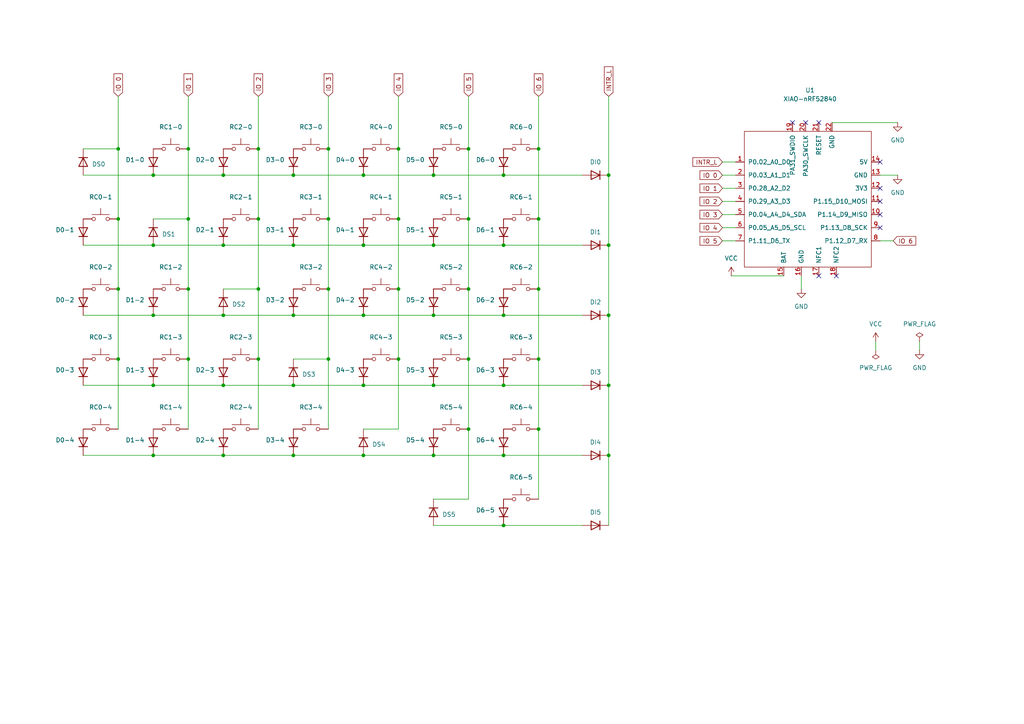
<source format=kicad_sch>
(kicad_sch (version 20250114) (generator "eeschema") (generator_version "9.0")
  (paper "A4")
  (lib_symbols
    (symbol "Diode:1N4148" (pin_numbers (hide yes)) (pin_names (hide yes))
      (property "Reference" "D" (at 0 2.54 0))
      (property "Value" "1N4148" (at 0 -2.54 0))
      (symbol "1N4148_0_1"
        (polyline (pts (xy -1.27 1.27) (xy -1.27 -1.27)) (stroke (width 0.254)))
        (polyline (pts (xy 1.27 1.27) (xy 1.27 -1.27) (xy -1.27 0) (xy 1.27 1.27)) (stroke (width 0.254)))
        (polyline (pts (xy 1.27 0) (xy -1.27 0)))
      )
      (symbol "1N4148_1_1"
        (pin passive line (at -3.81 0 0) (length 2.54) (name "K") (number "1"))
        (pin passive line (at 3.81 0 180) (length 2.54) (name "A") (number "2"))
      )
    )
    (symbol "GND_1" (power) (pin_numbers (hide yes)) (pin_names (offset 0) (hide yes))
      (property "Value" "GND" (at 0 -3.81 0))
      (symbol "GND_1_0_1"
        (polyline (pts (xy 0 0) (xy 0 -1.27) (xy 1.27 -1.27) (xy 0 -2.54) (xy -1.27 -1.27) (xy 0 -1.27)))
      )
      (symbol "GND_1_1_1"
        (pin power_in line (at 0 0 270) (length 0) (name "~") (number "1"))
      )
    )
    (symbol "GND_2" (power) (pin_numbers (hide yes)) (pin_names (offset 0) (hide yes))
      (property "Value" "GND" (at 0 -3.81 0))
      (symbol "GND_2_0_1"
        (polyline (pts (xy 0 0) (xy 0 -1.27) (xy 1.27 -1.27) (xy 0 -2.54) (xy -1.27 -1.27) (xy 0 -1.27)))
      )
      (symbol "GND_2_1_1"
        (pin power_in line (at 0 0 270) (length 0) (name "~") (number "1"))
      )
    )
    (symbol "Seeed_Studio_XIAO_Series:XIAO-nRF52840-SMD" (pin_names (offset 1.016))
      (property "Reference" "U" (at -18.542 23.114 0))
      (property "Value" "XIAO-nRF52840-SMD" (at -8.636 21.336 0))
      (symbol "XIAO-nRF52840-SMD_0_1"
        (rectangle (start -19.05 20.32) (end 17.78 -19.05))
      )
      (symbol "XIAO-nRF52840-SMD_1_1"
        (pin passive line (at -21.59 11.43 0) (length 2.54) (name "P0.02_A0_D0") (number "1"))
        (pin passive line (at -21.59 7.62 0) (length 2.54) (name "P0.03_A1_D1") (number "2"))
        (pin passive line (at -21.59 3.81 0) (length 2.54) (name "P0.28_A2_D2") (number "3"))
        (pin passive line (at -21.59 0 0) (length 2.54) (name "P0.29_A3_D3") (number "4"))
        (pin passive line (at -21.59 -3.81 0) (length 2.54) (name "P0.04_A4_D4_SDA") (number "5"))
        (pin passive line (at -21.59 -7.62 0) (length 2.54) (name "P0.05_A5_D5_SCL") (number "6"))
        (pin passive line (at -21.59 -11.43 0) (length 2.54) (name "P1.11_D6_TX") (number "7"))
        (pin passive line (at -7.62 -21.59 90) (length 2.54) (name "BAT") (number "15"))
        (pin passive line (at -5.08 22.86 270) (length 2.54) (name "PA31_SWDIO") (number "19"))
        (pin passive line (at -2.54 -21.59 90) (length 2.54) (name "GND") (number "16"))
        (pin passive line (at -1.27 22.86 270) (length 2.54) (name "PA30_SWCLK") (number "20"))
        (pin passive line (at 2.54 22.86 270) (length 2.54) (name "RESET") (number "21"))
        (pin passive line (at 2.54 -21.59 90) (length 2.54) (name "NFC1") (number "17"))
        (pin passive line (at 6.35 22.86 270) (length 2.54) (name "GND") (number "22"))
        (pin passive line (at 7.62 -21.59 90) (length 2.54) (name "NFC2") (number "18"))
        (pin passive line (at 20.32 11.43 180) (length 2.54) (name "5V") (number "14"))
        (pin passive line (at 20.32 7.62 180) (length 2.54) (name "GND") (number "13"))
        (pin passive line (at 20.32 3.81 180) (length 2.54) (name "3V3") (number "12"))
        (pin passive line (at 20.32 0 180) (length 2.54) (name "P1.15_D10_MOSI") (number "11"))
        (pin passive line (at 20.32 -3.81 180) (length 2.54) (name "P1.14_D9_MISO") (number "10"))
        (pin passive line (at 20.32 -7.62 180) (length 2.54) (name "P1.13_D8_SCK") (number "9"))
        (pin passive line (at 20.32 -11.43 180) (length 2.54) (name "P1.12_D7_RX") (number "8"))
      )
    )
    (symbol "Switch:SW_Push" (pin_numbers (hide yes)) (pin_names (offset 1.016) (hide yes))
      (property "Reference" "SW" (at 1.27 2.54 0))
      (property "Value" "SW_Push" (at 0 -1.524 0))
      (symbol "SW_Push_0_1"
        (circle (center -2.032 0) (radius 0.508))
        (polyline (pts (xy 0 1.27) (xy 0 3.048)))
        (circle (center 2.032 0) (radius 0.508))
        (polyline (pts (xy 2.54 1.27) (xy -2.54 1.27)))
        (pin passive line (at -5.08 0 0) (length 2.54) (name "1") (number "1"))
        (pin passive line (at 5.08 0 180) (length 2.54) (name "2") (number "2"))
      )
    )
    (symbol "power:GND" (power) (pin_numbers (hide yes)) (pin_names (offset 0) (hide yes))
      (property "Value" "GND" (at 0 -3.81 0))
      (symbol "GND_0_1"
        (polyline (pts (xy 0 0) (xy 0 -1.27) (xy 1.27 -1.27) (xy 0 -2.54) (xy -1.27 -1.27) (xy 0 -1.27)))
      )
      (symbol "GND_1_1"
        (pin power_in line (at 0 0 270) (length 0) (name "~") (number "1"))
      )
    )
    (symbol "power:PWR_FLAG" (power) (pin_numbers (hide yes)) (pin_names (offset 0) (hide yes))
      (property "Value" "PWR_FLAG" (at 0 3.81 0))
      (symbol "PWR_FLAG_0_0"
        (pin power_out line (at 0 0 90) (length 0) (name "~") (number "1"))
      )
      (symbol "PWR_FLAG_0_1"
        (polyline (pts (xy 0 0) (xy 0 1.27) (xy -1.016 1.905) (xy 0 2.54) (xy 1.016 1.905) (xy 0 1.27)))
      )
    )
    (symbol "power:VCC" (power) (pin_numbers (hide yes)) (pin_names (offset 0) (hide yes))
      (property "Value" "VCC" (at 0 3.556 0))
      (symbol "VCC_0_1"
        (polyline (pts (xy -0.762 1.27) (xy 0 2.54)))
        (polyline (pts (xy 0 2.54) (xy 0.762 1.27)))
        (polyline (pts (xy 0 0) (xy 0 2.54)))
      )
      (symbol "VCC_1_1"
        (pin power_in line (at 0 0 90) (length 0) (name "~") (number "1"))
      )
    )
  )
  (junction (at 156.21 104.14))
  (junction (at 135.89 43.18))
  (junction (at 64.77 111.76))
  (junction (at 85.09 111.76))
  (junction (at 95.25 104.14))
  (junction (at 95.25 63.5))
  (junction (at 34.29 43.18))
  (junction (at 85.09 50.8))
  (junction (at 125.73 71.12))
  (junction (at 54.61 43.18))
  (junction (at 125.73 132.08))
  (junction (at 44.45 50.8))
  (junction (at 105.41 111.76))
  (junction (at 156.21 63.5))
  (junction (at 95.25 83.82))
  (junction (at 64.77 50.8))
  (junction (at 115.57 83.82))
  (junction (at 44.45 132.08))
  (junction (at 176.53 50.8))
  (junction (at 64.77 91.44))
  (junction (at 146.05 132.08))
  (junction (at 74.93 83.82))
  (junction (at 156.21 124.46))
  (junction (at 105.41 91.44))
  (junction (at 54.61 83.82))
  (junction (at 125.73 50.8))
  (junction (at 95.25 43.18))
  (junction (at 54.61 63.5))
  (junction (at 34.29 83.82))
  (junction (at 146.05 71.12))
  (junction (at 44.45 111.76))
  (junction (at 115.57 43.18))
  (junction (at 146.05 50.8))
  (junction (at 85.09 71.12))
  (junction (at 115.57 104.14))
  (junction (at 74.93 63.5))
  (junction (at 115.57 63.5))
  (junction (at 85.09 91.44))
  (junction (at 64.77 132.08))
  (junction (at 34.29 104.14))
  (junction (at 146.05 91.44))
  (junction (at 135.89 83.82))
  (junction (at 125.73 91.44))
  (junction (at 105.41 71.12))
  (junction (at 54.61 104.14))
  (junction (at 44.45 71.12))
  (junction (at 176.53 91.44))
  (junction (at 74.93 43.18))
  (junction (at 176.53 71.12))
  (junction (at 85.09 132.08))
  (junction (at 146.05 152.4))
  (junction (at 176.53 111.76))
  (junction (at 156.21 83.82))
  (junction (at 105.41 132.08))
  (junction (at 146.05 111.76))
  (junction (at 44.45 91.44))
  (junction (at 156.21 43.18))
  (junction (at 125.73 111.76))
  (junction (at 135.89 104.14))
  (junction (at 135.89 63.5))
  (junction (at 64.77 71.12))
  (junction (at 176.53 132.08))
  (junction (at 74.93 104.14))
  (junction (at 105.41 50.8))
  (junction (at 135.89 124.46))
  (junction (at 34.29 63.5))
  (no_connect (at 255.27 58.42))
  (no_connect (at 237.49 35.56))
  (no_connect (at 255.27 62.23))
  (no_connect (at 242.57 80.01))
  (no_connect (at 255.27 46.99))
  (no_connect (at 233.68 35.56))
  (no_connect (at 255.27 54.61))
  (no_connect (at 255.27 66.04))
  (no_connect (at 229.87 35.56))
  (no_connect (at 237.49 80.01))
  (wire (pts (xy 24.13 43.18) (xy 34.29 43.18)))
  (wire (pts (xy 209.55 54.61) (xy 213.36 54.61)))
  (wire (pts (xy 34.29 104.14) (xy 34.29 124.46)))
  (wire (pts (xy 168.91 152.4) (xy 146.05 152.4)))
  (wire (pts (xy 54.61 63.5) (xy 54.61 83.82)))
  (wire (pts (xy 105.41 124.46) (xy 115.57 124.46)))
  (wire (pts (xy 85.09 71.12) (xy 105.41 71.12)))
  (wire (pts (xy 34.29 83.82) (xy 34.29 104.14)))
  (wire (pts (xy 95.25 104.14) (xy 95.25 124.46)))
  (wire (pts (xy 115.57 104.14) (xy 115.57 124.46)))
  (wire (pts (xy 212.09 80.01) (xy 227.33 80.01)))
  (wire (pts (xy 24.13 91.44) (xy 44.45 91.44)))
  (wire (pts (xy 135.89 63.5) (xy 135.89 83.82)))
  (wire (pts (xy 176.53 50.8) (xy 176.53 71.12)))
  (wire (pts (xy 255.27 50.8) (xy 260.35 50.8)))
  (wire (pts (xy 64.77 132.08) (xy 85.09 132.08)))
  (wire (pts (xy 105.41 50.8) (xy 125.73 50.8)))
  (wire (pts (xy 24.13 132.08) (xy 44.45 132.08)))
  (wire (pts (xy 135.89 124.46) (xy 135.89 144.78)))
  (wire (pts (xy 24.13 50.8) (xy 44.45 50.8)))
  (wire (pts (xy 74.93 63.5) (xy 74.93 83.82)))
  (wire (pts (xy 232.41 80.01) (xy 232.41 83.82)))
  (wire (pts (xy 125.73 152.4) (xy 146.05 152.4)))
  (wire (pts (xy 168.91 91.44) (xy 146.05 91.44)))
  (wire (pts (xy 168.91 111.76) (xy 146.05 111.76)))
  (wire (pts (xy 266.7 99.06) (xy 266.7 101.6)))
  (wire (pts (xy 44.45 71.12) (xy 64.77 71.12)))
  (wire (pts (xy 34.29 63.5) (xy 34.29 83.82)))
  (wire (pts (xy 85.09 132.08) (xy 105.41 132.08)))
  (wire (pts (xy 209.55 46.99) (xy 213.36 46.99)))
  (wire (pts (xy 176.53 91.44) (xy 176.53 111.76)))
  (wire (pts (xy 95.25 43.18) (xy 95.25 63.5)))
  (wire (pts (xy 125.73 91.44) (xy 146.05 91.44)))
  (wire (pts (xy 105.41 132.08) (xy 125.73 132.08)))
  (wire (pts (xy 34.29 27.94) (xy 34.29 43.18)))
  (wire (pts (xy 115.57 27.94) (xy 115.57 43.18)))
  (wire (pts (xy 209.55 62.23) (xy 213.36 62.23)))
  (wire (pts (xy 54.61 104.14) (xy 54.61 124.46)))
  (wire (pts (xy 74.93 27.94) (xy 74.93 43.18)))
  (wire (pts (xy 85.09 91.44) (xy 105.41 91.44)))
  (wire (pts (xy 64.77 83.82) (xy 74.93 83.82)))
  (wire (pts (xy 44.45 50.8) (xy 64.77 50.8)))
  (wire (pts (xy 74.93 83.82) (xy 74.93 104.14)))
  (wire (pts (xy 125.73 71.12) (xy 146.05 71.12)))
  (wire (pts (xy 85.09 111.76) (xy 105.41 111.76)))
  (wire (pts (xy 176.53 132.08) (xy 176.53 152.4)))
  (wire (pts (xy 105.41 91.44) (xy 125.73 91.44)))
  (wire (pts (xy 125.73 111.76) (xy 146.05 111.76)))
  (wire (pts (xy 54.61 27.94) (xy 54.61 43.18)))
  (wire (pts (xy 85.09 104.14) (xy 95.25 104.14)))
  (wire (pts (xy 176.53 71.12) (xy 176.53 91.44)))
  (wire (pts (xy 176.53 111.76) (xy 176.53 132.08)))
  (wire (pts (xy 156.21 124.46) (xy 156.21 144.78)))
  (wire (pts (xy 209.55 69.85) (xy 213.36 69.85)))
  (wire (pts (xy 209.55 50.8) (xy 213.36 50.8)))
  (wire (pts (xy 85.09 50.8) (xy 105.41 50.8)))
  (wire (pts (xy 95.25 63.5) (xy 95.25 83.82)))
  (wire (pts (xy 176.53 27.94) (xy 176.53 50.8)))
  (wire (pts (xy 168.91 50.8) (xy 146.05 50.8)))
  (wire (pts (xy 156.21 27.94) (xy 156.21 43.18)))
  (wire (pts (xy 105.41 111.76) (xy 125.73 111.76)))
  (wire (pts (xy 115.57 83.82) (xy 115.57 104.14)))
  (wire (pts (xy 125.73 132.08) (xy 146.05 132.08)))
  (wire (pts (xy 156.21 83.82) (xy 156.21 104.14)))
  (wire (pts (xy 254 99.06) (xy 254 101.6)))
  (wire (pts (xy 24.13 71.12) (xy 44.45 71.12)))
  (wire (pts (xy 64.77 91.44) (xy 85.09 91.44)))
  (wire (pts (xy 135.89 104.14) (xy 135.89 124.46)))
  (wire (pts (xy 54.61 43.18) (xy 54.61 63.5)))
  (wire (pts (xy 156.21 63.5) (xy 156.21 83.82)))
  (wire (pts (xy 115.57 63.5) (xy 115.57 83.82)))
  (wire (pts (xy 44.45 63.5) (xy 54.61 63.5)))
  (wire (pts (xy 74.93 43.18) (xy 74.93 63.5)))
  (wire (pts (xy 209.55 66.04) (xy 213.36 66.04)))
  (wire (pts (xy 241.3 35.56) (xy 260.35 35.56)))
  (wire (pts (xy 125.73 144.78) (xy 135.89 144.78)))
  (wire (pts (xy 44.45 111.76) (xy 64.77 111.76)))
  (wire (pts (xy 135.89 43.18) (xy 135.89 63.5)))
  (wire (pts (xy 135.89 27.94) (xy 135.89 43.18)))
  (wire (pts (xy 95.25 83.82) (xy 95.25 104.14)))
  (wire (pts (xy 44.45 132.08) (xy 64.77 132.08)))
  (wire (pts (xy 34.29 43.18) (xy 34.29 63.5)))
  (wire (pts (xy 135.89 83.82) (xy 135.89 104.14)))
  (wire (pts (xy 255.27 69.85) (xy 259.08 69.85)))
  (wire (pts (xy 115.57 43.18) (xy 115.57 63.5)))
  (wire (pts (xy 95.25 27.94) (xy 95.25 43.18)))
  (wire (pts (xy 44.45 91.44) (xy 64.77 91.44)))
  (wire (pts (xy 64.77 111.76) (xy 85.09 111.76)))
  (wire (pts (xy 105.41 71.12) (xy 125.73 71.12)))
  (wire (pts (xy 54.61 83.82) (xy 54.61 104.14)))
  (wire (pts (xy 64.77 71.12) (xy 85.09 71.12)))
  (wire (pts (xy 168.91 132.08) (xy 146.05 132.08)))
  (wire (pts (xy 64.77 50.8) (xy 85.09 50.8)))
  (wire (pts (xy 156.21 104.14) (xy 156.21 124.46)))
  (wire (pts (xy 168.91 71.12) (xy 146.05 71.12)))
  (wire (pts (xy 209.55 58.42) (xy 213.36 58.42)))
  (wire (pts (xy 24.13 111.76) (xy 44.45 111.76)))
  (wire (pts (xy 156.21 43.18) (xy 156.21 63.5)))
  (wire (pts (xy 74.93 104.14) (xy 74.93 124.46)))
  (wire (pts (xy 125.73 50.8) (xy 146.05 50.8)))
  (global_label "IO 4" (shape input) (at 115.57 27.94 90) (property "Intersheetrefs" "${INTERSHEET_REFS}" (effects (hide yes))))
  (global_label "IO 3" (shape input) (at 209.55 62.23 180) (property "Intersheetrefs" "${INTERSHEET_REFS}" (effects (hide yes))))
  (global_label "IO 5" (shape input) (at 135.89 27.94 90) (property "Intersheetrefs" "${INTERSHEET_REFS}" (effects (hide yes))))
  (global_label "INTR_L" (shape input) (at 209.55 46.99 180) (property "Intersheetrefs" "${INTERSHEET_REFS}" (effects (hide yes))))
  (global_label "IO 0" (shape input) (at 34.29 27.94 90) (property "Intersheetrefs" "${INTERSHEET_REFS}" (effects (hide yes))))
  (global_label "IO 0" (shape input) (at 209.55 50.8 180) (property "Intersheetrefs" "${INTERSHEET_REFS}" (effects (hide yes))))
  (global_label "IO 2" (shape input) (at 209.55 58.42 180) (property "Intersheetrefs" "${INTERSHEET_REFS}" (effects (hide yes))))
  (global_label "IO 1" (shape input) (at 54.61 27.94 90) (property "Intersheetrefs" "${INTERSHEET_REFS}" (effects (hide yes))))
  (global_label "IO 4" (shape input) (at 209.55 66.04 180) (property "Intersheetrefs" "${INTERSHEET_REFS}" (effects (hide yes))))
  (global_label "IO 1" (shape input) (at 209.55 54.61 180) (property "Intersheetrefs" "${INTERSHEET_REFS}" (effects (hide yes))))
  (global_label "IO 2" (shape input) (at 74.93 27.94 90) (property "Intersheetrefs" "${INTERSHEET_REFS}" (effects (hide yes))))
  (global_label "IO 6" (shape input) (at 259.08 69.85 0) (property "Intersheetrefs" "${INTERSHEET_REFS}" (effects (hide yes))))
  (global_label "INTR_L" (shape input) (at 176.53 27.94 90) (property "Intersheetrefs" "${INTERSHEET_REFS}" (effects (hide yes))))
  (global_label "IO 6" (shape input) (at 156.21 27.94 90) (property "Intersheetrefs" "${INTERSHEET_REFS}" (effects (hide yes))))
  (global_label "IO 3" (shape input) (at 95.25 27.94 90) (property "Intersheetrefs" "${INTERSHEET_REFS}" (effects (hide yes))))
  (global_label "IO 5" (shape input) (at 209.55 69.85 180) (property "Intersheetrefs" "${INTERSHEET_REFS}" (effects (hide yes))))
  (symbol (lib_id "power:PWR_FLAG") (at 266.7 99.06 0) (unit 1)
    (property "Reference" "#FLG01" (effects (hide yes)))
    (property "Value" "PWR_FLAG" (at 266.7 93.98 0))
    (property "Description" "Special symbol for telling ERC where power comes from" (effects (hide yes)))
  )
  (symbol (lib_id "Diode:1N4148") (at 146.05 87.63 270) (mirror x) (unit 1)
    (property "Reference" "D6-2" (at 143.51 86.995 90) (effects (justify right)))
    (property "Value" "1N4148W" (effects (hide yes)))
    (property "Footprint" "kbd_Parts:Diode_TH_SMD" (effects (hide yes)))
    (property "Sim.Device" "D" (effects (hide yes)))
    (property "Sim.Pins" "1=K 2=A" (effects (hide yes)))
  )
  (symbol (lib_id "power:PWR_FLAG") (at 254 101.6 180) (unit 1)
    (property "Reference" "#FLG02" (effects (hide yes)))
    (property "Value" "PWR_FLAG" (at 254 106.68 0))
    (property "Description" "Special symbol for telling ERC where power comes from" (effects (hide yes)))
  )
  (symbol (lib_id "Diode:1N4148") (at 44.45 67.31 90) (mirror x) (unit 1)
    (property "Reference" "DS1" (at 46.99 67.945 90) (effects (justify right)))
    (property "Value" "1N4148W" (effects (hide yes)))
    (property "Footprint" "kbd_Parts:Diode_TH_SMD" (effects (hide yes)))
    (property "Sim.Device" "D" (effects (hide yes)))
    (property "Sim.Pins" "1=K 2=A" (effects (hide yes)))
  )
  (symbol (lib_id "Diode:1N4148") (at 24.13 46.99 90) (mirror x) (unit 1)
    (property "Reference" "DS0" (at 26.67 47.625 90) (effects (justify right)))
    (property "Value" "1N4148W" (effects (hide yes)))
    (property "Footprint" "kbd_Parts:Diode_TH_SMD" (effects (hide yes)))
    (property "Sim.Device" "D" (effects (hide yes)))
    (property "Sim.Pins" "1=K 2=A" (effects (hide yes)))
  )
  (symbol (lib_id "Diode:1N4148") (at 105.41 46.99 270) (mirror x) (unit 1)
    (property "Reference" "D4-0" (at 102.87 46.355 90) (effects (justify right)))
    (property "Value" "1N4148W" (effects (hide yes)))
    (property "Footprint" "kbd_Parts:Diode_TH_SMD" (effects (hide yes)))
    (property "Sim.Device" "D" (effects (hide yes)))
    (property "Sim.Pins" "1=K 2=A" (effects (hide yes)))
  )
  (symbol (lib_id "power:VCC") (at 212.09 80.01 0) (unit 1)
    (property "Reference" "#PWR04" (effects (hide yes)))
    (property "Value" "VCC" (at 212.09 74.93 0))
    (property "Description" "Power symbol creates a global label with name \"VCC\"" (effects (hide yes)))
  )
  (symbol (lib_id "Diode:1N4148") (at 172.72 152.4 0) (mirror y) (unit 1)
    (property "Reference" "DI5" (at 172.72 148.59 0))
    (property "Value" "1N4148W" (effects (hide yes)))
    (property "Footprint" "kbd_Parts:Diode_TH_SMD" (effects (hide yes)))
    (property "Sim.Device" "D" (effects (hide yes)))
    (property "Sim.Pins" "1=K 2=A" (effects (hide yes)))
  )
  (symbol (lib_id "power:VCC") (at 254 99.06 0) (unit 1)
    (property "Reference" "#PWR05" (effects (hide yes)))
    (property "Value" "VCC" (at 254 93.98 0))
    (property "Description" "Power symbol creates a global label with name \"VCC\"" (effects (hide yes)))
  )
  (symbol (lib_id "Switch:SW_Push") (at 110.49 43.18 0) (mirror y) (unit 1)
    (property "Reference" "RC4-0" (at 110.49 36.83 0))
    (property "Value" "SW_Push" (effects (hide yes)))
    (property "Footprint" "Kailh_PG1353_Hotswap:Kailh-PG1353-Hotswap-1U" (effects (hide yes)))
  )
  (symbol (lib_id "Switch:SW_Push") (at 130.81 124.46 0) (mirror y) (unit 1)
    (property "Reference" "RC5-4" (at 130.81 118.11 0))
    (property "Value" "SW_Push" (effects (hide yes)))
    (property "Footprint" "Kailh_PG1353_Hotswap:Kailh-PG1353-Hotswap-1U" (effects (hide yes)))
  )
  (symbol (lib_id "Diode:1N4148") (at 146.05 67.31 270) (mirror x) (unit 1)
    (property "Reference" "D6-1" (at 143.51 66.675 90) (effects (justify right)))
    (property "Value" "1N4148W" (effects (hide yes)))
    (property "Footprint" "kbd_Parts:Diode_TH_SMD" (effects (hide yes)))
    (property "Sim.Device" "D" (effects (hide yes)))
    (property "Sim.Pins" "1=K 2=A" (effects (hide yes)))
  )
  (symbol (lib_id "Diode:1N4148") (at 146.05 148.59 270) (mirror x) (unit 1)
    (property "Reference" "D6-5" (at 143.51 147.955 90) (effects (justify right)))
    (property "Value" "1N4148W" (effects (hide yes)))
    (property "Footprint" "kbd_Parts:Diode_TH_SMD" (effects (hide yes)))
    (property "Sim.Device" "D" (effects (hide yes)))
    (property "Sim.Pins" "1=K 2=A" (effects (hide yes)))
  )
  (symbol (lib_id "Switch:SW_Push") (at 151.13 124.46 0) (mirror y) (unit 1)
    (property "Reference" "RC6-4" (at 151.13 118.11 0))
    (property "Value" "SW_Push" (effects (hide yes)))
    (property "Footprint" "Kailh_PG1353_Hotswap:Kailh-PG1353-Hotswap-1U" (effects (hide yes)))
  )
  (symbol (lib_name "GND_2") (lib_id "power:GND") (at 260.35 50.8 0) (unit 1)
    (property "Reference" "#PWR09" (effects (hide yes)))
    (property "Value" "GND" (at 260.35 55.88 0))
    (property "Description" "Power symbol creates a global label with name \"GND\" , ground" (effects (hide yes)))
  )
  (symbol (lib_id "Switch:SW_Push") (at 90.17 63.5 0) (mirror y) (unit 1)
    (property "Reference" "RC3-1" (at 90.17 57.15 0))
    (property "Value" "SW_Push" (effects (hide yes)))
    (property "Footprint" "Kailh_PG1353_Hotswap:Kailh-PG1353-Hotswap-1U" (effects (hide yes)))
  )
  (symbol (lib_id "Switch:SW_Push") (at 69.85 104.14 0) (mirror y) (unit 1)
    (property "Reference" "RC2-3" (at 69.85 97.79 0))
    (property "Value" "SW_Push" (effects (hide yes)))
    (property "Footprint" "Kailh_PG1353_Hotswap:Kailh-PG1353-Hotswap-1U" (effects (hide yes)))
  )
  (symbol (lib_id "Diode:1N4148") (at 146.05 107.95 270) (mirror x) (unit 1)
    (property "Reference" "D6-3" (at 143.51 107.315 90) (effects (justify right)))
    (property "Value" "1N4148W" (effects (hide yes)))
    (property "Footprint" "kbd_Parts:Diode_TH_SMD" (effects (hide yes)))
    (property "Sim.Device" "D" (effects (hide yes)))
    (property "Sim.Pins" "1=K 2=A" (effects (hide yes)))
  )
  (symbol (lib_id "Switch:SW_Push") (at 49.53 104.14 0) (mirror y) (unit 1)
    (property "Reference" "RC1-3" (at 49.53 97.79 0))
    (property "Value" "SW_Push" (effects (hide yes)))
    (property "Footprint" "Kailh_PG1353_Hotswap:Kailh-PG1353-Hotswap-1U" (effects (hide yes)))
  )
  (symbol (lib_id "Switch:SW_Push") (at 90.17 43.18 0) (mirror y) (unit 1)
    (property "Reference" "RC3-0" (at 90.17 36.83 0))
    (property "Value" "SW_Push" (effects (hide yes)))
    (property "Footprint" "Kailh_PG1353_Hotswap:Kailh-PG1353-Hotswap-1U" (effects (hide yes)))
  )
  (symbol (lib_id "Switch:SW_Push") (at 49.53 124.46 0) (mirror y) (unit 1)
    (property "Reference" "RC1-4" (at 49.53 118.11 0))
    (property "Value" "SW_Push" (effects (hide yes)))
    (property "Footprint" "Kailh_PG1353_Hotswap:Kailh-PG1353-Hotswap-1U" (effects (hide yes)))
  )
  (symbol (lib_id "Diode:1N4148") (at 125.73 128.27 270) (mirror x) (unit 1)
    (property "Reference" "D5-4" (at 123.19 127.635 90) (effects (justify right)))
    (property "Value" "1N4148W" (effects (hide yes)))
    (property "Footprint" "kbd_Parts:Diode_TH_SMD" (effects (hide yes)))
    (property "Sim.Device" "D" (effects (hide yes)))
    (property "Sim.Pins" "1=K 2=A" (effects (hide yes)))
  )
  (symbol (lib_id "Switch:SW_Push") (at 49.53 83.82 0) (mirror y) (unit 1)
    (property "Reference" "RC1-2" (at 49.53 77.47 0))
    (property "Value" "SW_Push" (effects (hide yes)))
    (property "Footprint" "Kailh_PG1353_Hotswap:Kailh-PG1353-Hotswap-1U" (effects (hide yes)))
  )
  (symbol (lib_id "Diode:1N4148") (at 105.41 107.95 270) (mirror x) (unit 1)
    (property "Reference" "D4-3" (at 102.87 107.315 90) (effects (justify right)))
    (property "Value" "1N4148W" (effects (hide yes)))
    (property "Footprint" "kbd_Parts:Diode_TH_SMD" (effects (hide yes)))
    (property "Sim.Device" "D" (effects (hide yes)))
    (property "Sim.Pins" "1=K 2=A" (effects (hide yes)))
  )
  (symbol (lib_id "Switch:SW_Push") (at 49.53 43.18 0) (mirror y) (unit 1)
    (property "Reference" "RC1-0" (at 49.53 36.83 0))
    (property "Value" "SW_Push" (effects (hide yes)))
    (property "Footprint" "Kailh_PG1353_Hotswap:Kailh-PG1353-Hotswap-1U" (effects (hide yes)))
  )
  (symbol (lib_id "Diode:1N4148") (at 85.09 67.31 270) (mirror x) (unit 1)
    (property "Reference" "D3-1" (at 82.55 66.675 90) (effects (justify right)))
    (property "Value" "1N4148W" (effects (hide yes)))
    (property "Footprint" "kbd_Parts:Diode_TH_SMD" (effects (hide yes)))
    (property "Sim.Device" "D" (effects (hide yes)))
    (property "Sim.Pins" "1=K 2=A" (effects (hide yes)))
  )
  (symbol (lib_id "Switch:SW_Push") (at 110.49 63.5 0) (mirror y) (unit 1)
    (property "Reference" "RC4-1" (at 110.49 57.15 0))
    (property "Value" "SW_Push" (effects (hide yes)))
    (property "Footprint" "Kailh_PG1353_Hotswap:Kailh-PG1353-Hotswap-1U" (effects (hide yes)))
  )
  (symbol (lib_id "Diode:1N4148") (at 146.05 46.99 270) (mirror x) (unit 1)
    (property "Reference" "D6-0" (at 143.51 46.355 90) (effects (justify right)))
    (property "Value" "1N4148W" (effects (hide yes)))
    (property "Footprint" "kbd_Parts:Diode_TH_SMD" (effects (hide yes)))
    (property "Sim.Device" "D" (effects (hide yes)))
    (property "Sim.Pins" "1=K 2=A" (effects (hide yes)))
  )
  (symbol (lib_id "Diode:1N4148") (at 85.09 87.63 270) (mirror x) (unit 1)
    (property "Reference" "D3-2" (at 82.55 86.995 90) (effects (justify right)))
    (property "Value" "1N4148W" (effects (hide yes)))
    (property "Footprint" "kbd_Parts:Diode_TH_SMD" (effects (hide yes)))
    (property "Sim.Device" "D" (effects (hide yes)))
    (property "Sim.Pins" "1=K 2=A" (effects (hide yes)))
  )
  (symbol (lib_id "Switch:SW_Push") (at 90.17 83.82 0) (mirror y) (unit 1)
    (property "Reference" "RC3-2" (at 90.17 77.47 0))
    (property "Value" "SW_Push" (effects (hide yes)))
    (property "Footprint" "Kailh_PG1353_Hotswap:Kailh-PG1353-Hotswap-1U" (effects (hide yes)))
  )
  (symbol (lib_id "Diode:1N4148") (at 172.72 50.8 0) (mirror y) (unit 1)
    (property "Reference" "DI0" (at 172.72 46.99 0))
    (property "Value" "1N4148W" (effects (hide yes)))
    (property "Footprint" "kbd_Parts:Diode_TH_SMD" (effects (hide yes)))
    (property "Sim.Device" "D" (effects (hide yes)))
    (property "Sim.Pins" "1=K 2=A" (effects (hide yes)))
  )
  (symbol (lib_id "Diode:1N4148") (at 125.73 87.63 270) (mirror x) (unit 1)
    (property "Reference" "D5-2" (at 123.19 86.995 90) (effects (justify right)))
    (property "Value" "1N4148W" (effects (hide yes)))
    (property "Footprint" "kbd_Parts:Diode_TH_SMD" (effects (hide yes)))
    (property "Sim.Device" "D" (effects (hide yes)))
    (property "Sim.Pins" "1=K 2=A" (effects (hide yes)))
  )
  (symbol (lib_id "Diode:1N4148") (at 146.05 128.27 270) (mirror x) (unit 1)
    (property "Reference" "D6-4" (at 143.51 127.635 90) (effects (justify right)))
    (property "Value" "1N4148W" (effects (hide yes)))
    (property "Footprint" "kbd_Parts:Diode_TH_SMD" (effects (hide yes)))
    (property "Sim.Device" "D" (effects (hide yes)))
    (property "Sim.Pins" "1=K 2=A" (effects (hide yes)))
  )
  (symbol (lib_id "Seeed_Studio_XIAO_Series:XIAO-nRF52840-SMD") (at 234.95 58.42 0) (unit 1)
    (property "Reference" "U1" (at 234.95 26.162 0))
    (property "Value" "XIAO-nRF52840" (at 234.95 28.702 0))
    (property "Footprint" "custom-library:XIAO-nRF52840" (effects (hide yes)))
  )
  (symbol (lib_id "Switch:SW_Push") (at 151.13 144.78 0) (mirror y) (unit 1)
    (property "Reference" "RC6-5" (at 151.13 138.43 0))
    (property "Value" "SW_Push" (effects (hide yes)))
    (property "Footprint" "Kailh_PG1353_Hotswap:Kailh-PG1353-Hotswap-1.25U" (effects (hide yes)))
  )
  (symbol (lib_id "Diode:1N4148") (at 105.41 67.31 270) (mirror x) (unit 1)
    (property "Reference" "D4-1" (at 102.87 66.675 90) (effects (justify right)))
    (property "Value" "1N4148W" (effects (hide yes)))
    (property "Footprint" "kbd_Parts:Diode_TH_SMD" (effects (hide yes)))
    (property "Sim.Device" "D" (effects (hide yes)))
    (property "Sim.Pins" "1=K 2=A" (effects (hide yes)))
  )
  (symbol (lib_id "Diode:1N4148") (at 172.72 71.12 0) (mirror y) (unit 1)
    (property "Reference" "DI1" (at 172.72 67.31 0))
    (property "Value" "1N4148W" (effects (hide yes)))
    (property "Footprint" "kbd_Parts:Diode_TH_SMD" (effects (hide yes)))
    (property "Sim.Device" "D" (effects (hide yes)))
    (property "Sim.Pins" "1=K 2=A" (effects (hide yes)))
  )
  (symbol (lib_id "Diode:1N4148") (at 64.77 67.31 270) (mirror x) (unit 1)
    (property "Reference" "D2-1" (at 62.23 66.675 90) (effects (justify right)))
    (property "Value" "1N4148W" (effects (hide yes)))
    (property "Footprint" "kbd_Parts:Diode_TH_SMD" (effects (hide yes)))
    (property "Sim.Device" "D" (effects (hide yes)))
    (property "Sim.Pins" "1=K 2=A" (effects (hide yes)))
  )
  (symbol (lib_id "Switch:SW_Push") (at 29.21 83.82 0) (mirror y) (unit 1)
    (property "Reference" "RC0-2" (at 29.21 77.47 0))
    (property "Value" "SW_Push" (effects (hide yes)))
    (property "Footprint" "Kailh_PG1353_Hotswap:Kailh-PG1353-Hotswap-1.75U" (effects (hide yes)))
  )
  (symbol (lib_id "Diode:1N4148") (at 24.13 128.27 270) (mirror x) (unit 1)
    (property "Reference" "D0-4" (at 21.59 127.635 90) (effects (justify right)))
    (property "Value" "1N4148W" (effects (hide yes)))
    (property "Footprint" "kbd_Parts:Diode_TH_SMD" (effects (hide yes)))
    (property "Sim.Device" "D" (effects (hide yes)))
    (property "Sim.Pins" "1=K 2=A" (effects (hide yes)))
  )
  (symbol (lib_name "GND_1") (lib_id "power:GND") (at 232.41 83.82 0) (unit 1)
    (property "Reference" "#PWR03" (effects (hide yes)))
    (property "Value" "GND" (at 232.41 88.9 0))
    (property "Description" "Power symbol creates a global label with name \"GND\" , ground" (effects (hide yes)))
  )
  (symbol (lib_id "Diode:1N4148") (at 125.73 107.95 270) (mirror x) (unit 1)
    (property "Reference" "D5-3" (at 123.19 107.315 90) (effects (justify right)))
    (property "Value" "1N4148W" (effects (hide yes)))
    (property "Footprint" "kbd_Parts:Diode_TH_SMD" (effects (hide yes)))
    (property "Sim.Device" "D" (effects (hide yes)))
    (property "Sim.Pins" "1=K 2=A" (effects (hide yes)))
  )
  (symbol (lib_id "Switch:SW_Push") (at 151.13 83.82 0) (mirror y) (unit 1)
    (property "Reference" "RC6-2" (at 151.13 77.47 0))
    (property "Value" "SW_Push" (effects (hide yes)))
    (property "Footprint" "Kailh_PG1353_Hotswap:Kailh-PG1353-Hotswap-1U" (effects (hide yes)))
  )
  (symbol (lib_id "Diode:1N4148") (at 64.77 107.95 270) (mirror x) (unit 1)
    (property "Reference" "D2-3" (at 62.23 107.315 90) (effects (justify right)))
    (property "Value" "1N4148W" (effects (hide yes)))
    (property "Footprint" "kbd_Parts:Diode_TH_SMD" (effects (hide yes)))
    (property "Sim.Device" "D" (effects (hide yes)))
    (property "Sim.Pins" "1=K 2=A" (effects (hide yes)))
  )
  (symbol (lib_id "Diode:1N4148") (at 85.09 128.27 270) (mirror x) (unit 1)
    (property "Reference" "D3-4" (at 82.55 127.635 90) (effects (justify right)))
    (property "Value" "1N4148W" (effects (hide yes)))
    (property "Footprint" "kbd_Parts:Diode_TH_SMD" (effects (hide yes)))
    (property "Sim.Device" "D" (effects (hide yes)))
    (property "Sim.Pins" "1=K 2=A" (effects (hide yes)))
  )
  (symbol (lib_id "Diode:1N4148") (at 44.45 46.99 270) (mirror x) (unit 1)
    (property "Reference" "D1-0" (at 41.91 46.355 90) (effects (justify right)))
    (property "Value" "1N4148W" (effects (hide yes)))
    (property "Footprint" "kbd_Parts:Diode_TH_SMD" (effects (hide yes)))
    (property "Sim.Device" "D" (effects (hide yes)))
    (property "Sim.Pins" "1=K 2=A" (effects (hide yes)))
  )
  (symbol (lib_id "Switch:SW_Push") (at 130.81 63.5 0) (mirror y) (unit 1)
    (property "Reference" "RC5-1" (at 130.81 57.15 0))
    (property "Value" "SW_Push" (effects (hide yes)))
    (property "Footprint" "Kailh_PG1353_Hotswap:Kailh-PG1353-Hotswap-1U" (effects (hide yes)))
  )
  (symbol (lib_id "Diode:1N4148") (at 64.77 46.99 270) (mirror x) (unit 1)
    (property "Reference" "D2-0" (at 62.23 46.355 90) (effects (justify right)))
    (property "Value" "1N4148W" (effects (hide yes)))
    (property "Footprint" "kbd_Parts:Diode_TH_SMD" (effects (hide yes)))
    (property "Sim.Device" "D" (effects (hide yes)))
    (property "Sim.Pins" "1=K 2=A" (effects (hide yes)))
  )
  (symbol (lib_id "Switch:SW_Push") (at 69.85 124.46 0) (mirror y) (unit 1)
    (property "Reference" "RC2-4" (at 69.85 118.11 0))
    (property "Value" "SW_Push" (effects (hide yes)))
    (property "Footprint" "Kailh_PG1353_Hotswap:Kailh-PG1353-Hotswap-1U" (effects (hide yes)))
  )
  (symbol (lib_id "Switch:SW_Push") (at 151.13 63.5 0) (mirror y) (unit 1)
    (property "Reference" "RC6-1" (at 151.13 57.15 0))
    (property "Value" "SW_Push" (effects (hide yes)))
    (property "Footprint" "Kailh_PG1353_Hotswap:Kailh-PG1353-Hotswap-1U" (effects (hide yes)))
  )
  (symbol (lib_id "Switch:SW_Push") (at 110.49 104.14 0) (mirror y) (unit 1)
    (property "Reference" "RC4-3" (at 110.49 97.79 0))
    (property "Value" "SW_Push" (effects (hide yes)))
    (property "Footprint" "Kailh_PG1353_Hotswap:Kailh-PG1353-Hotswap-1U" (effects (hide yes)))
  )
  (symbol (lib_id "Diode:1N4148") (at 85.09 46.99 270) (mirror x) (unit 1)
    (property "Reference" "D3-0" (at 82.55 46.355 90) (effects (justify right)))
    (property "Value" "1N4148W" (effects (hide yes)))
    (property "Footprint" "kbd_Parts:Diode_TH_SMD" (effects (hide yes)))
    (property "Sim.Device" "D" (effects (hide yes)))
    (property "Sim.Pins" "1=K 2=A" (effects (hide yes)))
  )
  (symbol (lib_id "Diode:1N4148") (at 172.72 132.08 0) (mirror y) (unit 1)
    (property "Reference" "DI4" (at 172.72 128.27 0))
    (property "Value" "1N4148W" (effects (hide yes)))
    (property "Footprint" "kbd_Parts:Diode_TH_SMD" (effects (hide yes)))
    (property "Sim.Device" "D" (effects (hide yes)))
    (property "Sim.Pins" "1=K 2=A" (effects (hide yes)))
  )
  (symbol (lib_name "GND_1") (lib_id "power:GND") (at 260.35 35.56 0) (unit 1)
    (property "Reference" "#PWR02" (effects (hide yes)))
    (property "Value" "GND" (at 260.35 40.64 0))
    (property "Description" "Power symbol creates a global label with name \"GND\" , ground" (effects (hide yes)))
  )
  (symbol (lib_id "Diode:1N4148") (at 172.72 111.76 0) (mirror y) (unit 1)
    (property "Reference" "DI3" (at 172.72 107.95 0))
    (property "Value" "1N4148W" (effects (hide yes)))
    (property "Footprint" "kbd_Parts:Diode_TH_SMD" (effects (hide yes)))
    (property "Sim.Device" "D" (effects (hide yes)))
    (property "Sim.Pins" "1=K 2=A" (effects (hide yes)))
  )
  (symbol (lib_id "Diode:1N4148") (at 172.72 91.44 0) (mirror y) (unit 1)
    (property "Reference" "DI2" (at 172.72 87.63 0))
    (property "Value" "1N4148W" (effects (hide yes)))
    (property "Footprint" "kbd_Parts:Diode_TH_SMD" (effects (hide yes)))
    (property "Sim.Device" "D" (effects (hide yes)))
    (property "Sim.Pins" "1=K 2=A" (effects (hide yes)))
  )
  (symbol (lib_id "Switch:SW_Push") (at 130.81 104.14 0) (mirror y) (unit 1)
    (property "Reference" "RC5-3" (at 130.81 97.79 0))
    (property "Value" "SW_Push" (effects (hide yes)))
    (property "Footprint" "Kailh_PG1353_Hotswap:Kailh-PG1353-Hotswap-1U" (effects (hide yes)))
  )
  (symbol (lib_id "Switch:SW_Push") (at 151.13 43.18 0) (mirror y) (unit 1)
    (property "Reference" "RC6-0" (at 151.13 36.83 0))
    (property "Value" "SW_Push" (effects (hide yes)))
    (property "Footprint" "Kailh_PG1353_Hotswap:Kailh-PG1353-Hotswap-1U" (effects (hide yes)))
  )
  (symbol (lib_id "Diode:1N4148") (at 24.13 107.95 270) (mirror x) (unit 1)
    (property "Reference" "D0-3" (at 21.59 107.315 90) (effects (justify right)))
    (property "Value" "1N4148W" (effects (hide yes)))
    (property "Footprint" "kbd_Parts:Diode_TH_SMD" (effects (hide yes)))
    (property "Sim.Device" "D" (effects (hide yes)))
    (property "Sim.Pins" "1=K 2=A" (effects (hide yes)))
  )
  (symbol (lib_id "Switch:SW_Push") (at 29.21 124.46 0) (mirror y) (unit 1)
    (property "Reference" "RC0-4" (at 29.21 118.11 0))
    (property "Value" "SW_Push" (effects (hide yes)))
    (property "Footprint" "Kailh_PG1353_Hotswap:Kailh-PG1353-Hotswap-1U" (effects (hide yes)))
  )
  (symbol (lib_id "Diode:1N4148") (at 24.13 87.63 270) (mirror x) (unit 1)
    (property "Reference" "D0-2" (at 21.59 86.995 90) (effects (justify right)))
    (property "Value" "1N4148W" (effects (hide yes)))
    (property "Footprint" "kbd_Parts:Diode_TH_SMD" (effects (hide yes)))
    (property "Sim.Device" "D" (effects (hide yes)))
    (property "Sim.Pins" "1=K 2=A" (effects (hide yes)))
  )
  (symbol (lib_id "Diode:1N4148") (at 64.77 87.63 90) (mirror x) (unit 1)
    (property "Reference" "DS2" (at 67.31 88.265 90) (effects (justify right)))
    (property "Value" "1N4148W" (effects (hide yes)))
    (property "Footprint" "kbd_Parts:Diode_TH_SMD" (effects (hide yes)))
    (property "Sim.Device" "D" (effects (hide yes)))
    (property "Sim.Pins" "1=K 2=A" (effects (hide yes)))
  )
  (symbol (lib_id "Switch:SW_Push") (at 151.13 104.14 0) (mirror y) (unit 1)
    (property "Reference" "RC6-3" (at 151.13 97.79 0))
    (property "Value" "SW_Push" (effects (hide yes)))
    (property "Footprint" "Kailh_PG1353_Hotswap:Kailh-PG1353-Hotswap-1U" (effects (hide yes)))
  )
  (symbol (lib_id "Diode:1N4148") (at 125.73 148.59 90) (mirror x) (unit 1)
    (property "Reference" "DS5" (at 128.27 149.225 90) (effects (justify right)))
    (property "Value" "1N4148W" (effects (hide yes)))
    (property "Footprint" "kbd_Parts:Diode_TH_SMD" (effects (hide yes)))
    (property "Sim.Device" "D" (effects (hide yes)))
    (property "Sim.Pins" "1=K 2=A" (effects (hide yes)))
  )
  (symbol (lib_id "Switch:SW_Push") (at 110.49 83.82 0) (mirror y) (unit 1)
    (property "Reference" "RC4-2" (at 110.49 77.47 0))
    (property "Value" "SW_Push" (effects (hide yes)))
    (property "Footprint" "Kailh_PG1353_Hotswap:Kailh-PG1353-Hotswap-1U" (effects (hide yes)))
  )
  (symbol (lib_id "Switch:SW_Push") (at 90.17 124.46 0) (mirror y) (unit 1)
    (property "Reference" "RC3-4" (at 90.17 118.11 0))
    (property "Value" "SW_Push" (effects (hide yes)))
    (property "Footprint" "Kailh_PG1353_Hotswap:Kailh-PG1353-Hotswap-1U" (effects (hide yes)))
  )
  (symbol (lib_id "Diode:1N4148") (at 105.41 128.27 90) (mirror x) (unit 1)
    (property "Reference" "DS4" (at 107.95 128.905 90) (effects (justify right)))
    (property "Value" "1N4148W" (effects (hide yes)))
    (property "Footprint" "kbd_Parts:Diode_TH_SMD" (effects (hide yes)))
    (property "Sim.Device" "D" (effects (hide yes)))
    (property "Sim.Pins" "1=K 2=A" (effects (hide yes)))
  )
  (symbol (lib_id "Switch:SW_Push") (at 29.21 63.5 0) (mirror y) (unit 1)
    (property "Reference" "RC0-1" (at 29.21 57.15 0))
    (property "Value" "SW_Push" (effects (hide yes)))
    (property "Footprint" "Kailh_PG1353_Hotswap:Kailh-PG1353-Hotswap-1.5U" (effects (hide yes)))
  )
  (symbol (lib_id "Switch:SW_Push") (at 130.81 83.82 0) (mirror y) (unit 1)
    (property "Reference" "RC5-2" (at 130.81 77.47 0))
    (property "Value" "SW_Push" (effects (hide yes)))
    (property "Footprint" "Kailh_PG1353_Hotswap:Kailh-PG1353-Hotswap-1U" (effects (hide yes)))
  )
  (symbol (lib_id "Switch:SW_Push") (at 29.21 104.14 0) (mirror y) (unit 1)
    (property "Reference" "RC0-3" (at 29.21 97.79 0))
    (property "Value" "SW_Push" (effects (hide yes)))
    (property "Footprint" "Kailh_PG1353_Hotswap:Kailh-PG1353-Hotswap-2U" (effects (hide yes)))
  )
  (symbol (lib_id "Diode:1N4148") (at 105.41 87.63 270) (mirror x) (unit 1)
    (property "Reference" "D4-2" (at 102.87 86.995 90) (effects (justify right)))
    (property "Value" "1N4148W" (effects (hide yes)))
    (property "Footprint" "kbd_Parts:Diode_TH_SMD" (effects (hide yes)))
    (property "Sim.Device" "D" (effects (hide yes)))
    (property "Sim.Pins" "1=K 2=A" (effects (hide yes)))
  )
  (symbol (lib_id "power:GND") (at 266.7 101.6 0) (unit 1)
    (property "Reference" "#PWR01" (effects (hide yes)))
    (property "Value" "GND" (at 266.7 106.68 0))
    (property "Description" "Power symbol creates a global label with name \"GND\" , ground" (effects (hide yes)))
  )
  (symbol (lib_id "Diode:1N4148") (at 125.73 46.99 270) (mirror x) (unit 1)
    (property "Reference" "D5-0" (at 123.19 46.355 90) (effects (justify right)))
    (property "Value" "1N4148W" (effects (hide yes)))
    (property "Footprint" "kbd_Parts:Diode_TH_SMD" (effects (hide yes)))
    (property "Sim.Device" "D" (effects (hide yes)))
    (property "Sim.Pins" "1=K 2=A" (effects (hide yes)))
  )
  (symbol (lib_id "Diode:1N4148") (at 125.73 67.31 270) (mirror x) (unit 1)
    (property "Reference" "D5-1" (at 123.19 66.675 90) (effects (justify right)))
    (property "Value" "1N4148W" (effects (hide yes)))
    (property "Footprint" "kbd_Parts:Diode_TH_SMD" (effects (hide yes)))
    (property "Sim.Device" "D" (effects (hide yes)))
    (property "Sim.Pins" "1=K 2=A" (effects (hide yes)))
  )
  (symbol (lib_id "Diode:1N4148") (at 44.45 87.63 270) (mirror x) (unit 1)
    (property "Reference" "D1-2" (at 41.91 86.995 90) (effects (justify right)))
    (property "Value" "1N4148W" (effects (hide yes)))
    (property "Footprint" "kbd_Parts:Diode_TH_SMD" (effects (hide yes)))
    (property "Sim.Device" "D" (effects (hide yes)))
    (property "Sim.Pins" "1=K 2=A" (effects (hide yes)))
  )
  (symbol (lib_id "Diode:1N4148") (at 24.13 67.31 270) (mirror x) (unit 1)
    (property "Reference" "D0-1" (at 21.59 66.675 90) (effects (justify right)))
    (property "Value" "1N4148W" (effects (hide yes)))
    (property "Footprint" "kbd_Parts:Diode_TH_SMD" (effects (hide yes)))
    (property "Sim.Device" "D" (effects (hide yes)))
    (property "Sim.Pins" "1=K 2=A" (effects (hide yes)))
  )
  (symbol (lib_id "Switch:SW_Push") (at 130.81 43.18 0) (mirror y) (unit 1)
    (property "Reference" "RC5-0" (at 130.81 36.83 0))
    (property "Value" "SW_Push" (effects (hide yes)))
    (property "Footprint" "Kailh_PG1353_Hotswap:Kailh-PG1353-Hotswap-1U" (effects (hide yes)))
  )
  (symbol (lib_id "Switch:SW_Push") (at 69.85 63.5 0) (mirror y) (unit 1)
    (property "Reference" "RC2-1" (at 69.85 57.15 0))
    (property "Value" "SW_Push" (effects (hide yes)))
    (property "Footprint" "Kailh_PG1353_Hotswap:Kailh-PG1353-Hotswap-1U" (effects (hide yes)))
  )
  (symbol (lib_id "Diode:1N4148") (at 44.45 128.27 270) (mirror x) (unit 1)
    (property "Reference" "D1-4" (at 41.91 127.635 90) (effects (justify right)))
    (property "Value" "1N4148W" (effects (hide yes)))
    (property "Footprint" "kbd_Parts:Diode_TH_SMD" (effects (hide yes)))
    (property "Sim.Device" "D" (effects (hide yes)))
    (property "Sim.Pins" "1=K 2=A" (effects (hide yes)))
  )
  (symbol (lib_id "Diode:1N4148") (at 85.09 107.95 90) (mirror x) (unit 1)
    (property "Reference" "DS3" (at 87.63 108.585 90) (effects (justify right)))
    (property "Value" "1N4148W" (effects (hide yes)))
    (property "Footprint" "kbd_Parts:Diode_TH_SMD" (effects (hide yes)))
    (property "Sim.Device" "D" (effects (hide yes)))
    (property "Sim.Pins" "1=K 2=A" (effects (hide yes)))
  )
  (symbol (lib_id "Diode:1N4148") (at 64.77 128.27 270) (mirror x) (unit 1)
    (property "Reference" "D2-4" (at 62.23 127.635 90) (effects (justify right)))
    (property "Value" "1N4148W" (effects (hide yes)))
    (property "Footprint" "kbd_Parts:Diode_TH_SMD" (effects (hide yes)))
    (property "Sim.Device" "D" (effects (hide yes)))
    (property "Sim.Pins" "1=K 2=A" (effects (hide yes)))
  )
  (symbol (lib_id "Switch:SW_Push") (at 69.85 43.18 0) (mirror y) (unit 1)
    (property "Reference" "RC2-0" (at 69.85 36.83 0))
    (property "Value" "SW_Push" (effects (hide yes)))
    (property "Footprint" "Kailh_PG1353_Hotswap:Kailh-PG1353-Hotswap-1U" (effects (hide yes)))
  )
  (symbol (lib_id "Diode:1N4148") (at 44.45 107.95 270) (mirror x) (unit 1)
    (property "Reference" "D1-3" (at 41.91 107.315 90) (effects (justify right)))
    (property "Value" "1N4148W" (effects (hide yes)))
    (property "Footprint" "kbd_Parts:Diode_TH_SMD" (effects (hide yes)))
    (property "Sim.Device" "D" (effects (hide yes)))
    (property "Sim.Pins" "1=K 2=A" (effects (hide yes)))
  )
)
</source>
